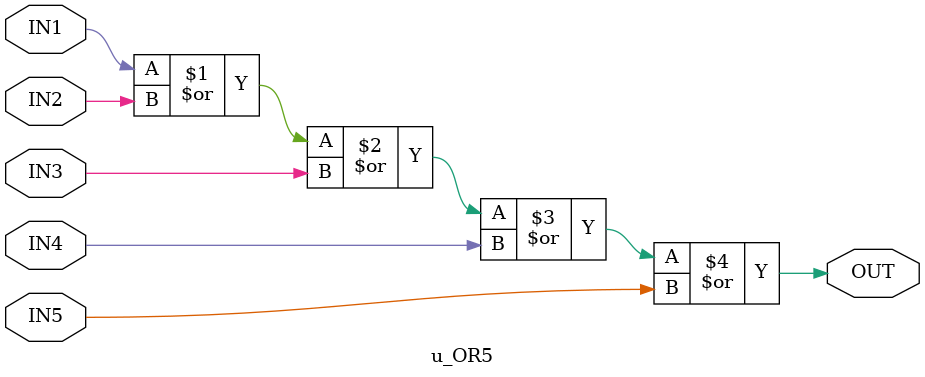
<source format=v>
module u_AND2(
        input IN1,
        input IN2,
        output OUT
        );
assign OUT = IN1 & IN2;
endmodule

module u_AND3(
        input IN1,
        input IN2,
        input IN3,
        output OUT
        );
assign OUT = IN1 & IN2 & IN3;
endmodule

module u_AND4(
        input IN1,
        input IN2,
        input IN3,
        input IN4,
        output OUT
        );
assign OUT = IN1 & IN2 & IN3 & IN4 ;
endmodule

module u_AND5(
        input IN1,
        input IN2,
        input IN3,
        input IN4,
        input IN5,
        output OUT
        );
assign OUT = IN1 & IN2 & IN3 & IN4 & IN5 ;
endmodule

module XOR2(
        input IN1,
        input IN2,
        output OUT
        );
assign OUT = ((~IN1)&IN2)|((~IN2)&IN1);  
endmodule

module u_OR2(
        input IN1,
        input IN2,
        output OUT
        );
assign OUT = IN1 | IN2;
endmodule

module u_OR3(
        input IN1,
        input IN2,
        input IN3,
        output OUT
        );
assign OUT = IN1 | IN2 | IN3;
endmodule

module u_OR4(
        input IN1,
        input IN2,
        input IN3,
        input IN4,
        output OUT
        );
assign OUT = IN1 | IN2 | IN3 | IN4 ;
endmodule

module u_OR5(
        input IN1,
        input IN2,
        input IN3,
        input IN4,
        input IN5,
        output OUT
        );
assign OUT = IN1 | IN2 | IN3 | IN4 | IN5 ;
endmodule
</source>
